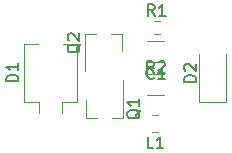
<source format=gbr>
%TF.GenerationSoftware,KiCad,Pcbnew,(5.1.9)-1*%
%TF.CreationDate,2021-01-09T16:59:08-05:00*%
%TF.ProjectId,jouleThief,6a6f756c-6554-4686-9965-662e6b696361,rev?*%
%TF.SameCoordinates,PX7e341b0PY5c0c740*%
%TF.FileFunction,Legend,Top*%
%TF.FilePolarity,Positive*%
%FSLAX46Y46*%
G04 Gerber Fmt 4.6, Leading zero omitted, Abs format (unit mm)*
G04 Created by KiCad (PCBNEW (5.1.9)-1) date 2021-01-09 16:59:08*
%MOMM*%
%LPD*%
G01*
G04 APERTURE LIST*
%ADD10C,0.120000*%
%ADD11C,0.150000*%
G04 APERTURE END LIST*
D10*
%TO.C,Q1*%
X5532000Y2034000D02*
X5532000Y3494000D01*
X8692000Y2034000D02*
X8692000Y5194000D01*
X8692000Y2034000D02*
X7762000Y2034000D01*
X5532000Y2034000D02*
X6462000Y2034000D01*
%TO.C,L1*%
X11691252Y2234000D02*
X11168748Y2234000D01*
X11691252Y814000D02*
X11168748Y814000D01*
%TO.C,R2*%
X10728936Y5736000D02*
X12183064Y5736000D01*
X10728936Y3916000D02*
X12183064Y3916000D01*
%TO.C,C1*%
X12179752Y8530000D02*
X10757248Y8530000D01*
X12179752Y6710000D02*
X10757248Y6710000D01*
%TO.C,D1*%
X3500000Y3382000D02*
X3500000Y2462000D01*
X1580000Y3382000D02*
X1580000Y2462000D01*
X280000Y8252000D02*
X1480000Y8252000D01*
X280000Y3382000D02*
X280000Y8252000D01*
X4800000Y8252000D02*
X4800000Y3382000D01*
X3600000Y8252000D02*
X4800000Y8252000D01*
X280000Y3382000D02*
X1580000Y3382000D01*
X3500000Y3382000D02*
X4800000Y3382000D01*
%TO.C,D2*%
X17391000Y3345500D02*
X17391000Y7405500D01*
X15121000Y3345500D02*
X17391000Y3345500D01*
X15121000Y7405500D02*
X15121000Y3345500D01*
%TO.C,Q2*%
X8631000Y9118000D02*
X7701000Y9118000D01*
X5471000Y9118000D02*
X6401000Y9118000D01*
X5471000Y9118000D02*
X5471000Y5958000D01*
X8631000Y9118000D02*
X8631000Y7658000D01*
%TO.C,R1*%
X11278776Y9129500D02*
X11788224Y9129500D01*
X11278776Y10174500D02*
X11788224Y10174500D01*
%TO.C,Q1*%
D11*
X10159619Y2698762D02*
X10112000Y2603524D01*
X10016761Y2508286D01*
X9873904Y2365429D01*
X9826285Y2270191D01*
X9826285Y2174953D01*
X10064380Y2222572D02*
X10016761Y2127334D01*
X9921523Y2032096D01*
X9731047Y1984477D01*
X9397714Y1984477D01*
X9207238Y2032096D01*
X9112000Y2127334D01*
X9064380Y2222572D01*
X9064380Y2413048D01*
X9112000Y2508286D01*
X9207238Y2603524D01*
X9397714Y2651143D01*
X9731047Y2651143D01*
X9921523Y2603524D01*
X10016761Y2508286D01*
X10064380Y2413048D01*
X10064380Y2222572D01*
X10064380Y3603524D02*
X10064380Y3032096D01*
X10064380Y3317810D02*
X9064380Y3317810D01*
X9207238Y3222572D01*
X9302476Y3127334D01*
X9350095Y3032096D01*
%TO.C,L1*%
X11263333Y-578380D02*
X10787142Y-578380D01*
X10787142Y421620D01*
X12120476Y-578380D02*
X11549047Y-578380D01*
X11834761Y-578380D02*
X11834761Y421620D01*
X11739523Y278762D01*
X11644285Y183524D01*
X11549047Y135905D01*
%TO.C,R2*%
X11289333Y5803620D02*
X10956000Y6279810D01*
X10717904Y5803620D02*
X10717904Y6803620D01*
X11098857Y6803620D01*
X11194095Y6756000D01*
X11241714Y6708381D01*
X11289333Y6613143D01*
X11289333Y6470286D01*
X11241714Y6375048D01*
X11194095Y6327429D01*
X11098857Y6279810D01*
X10717904Y6279810D01*
X11670285Y6708381D02*
X11717904Y6756000D01*
X11813142Y6803620D01*
X12051238Y6803620D01*
X12146476Y6756000D01*
X12194095Y6708381D01*
X12241714Y6613143D01*
X12241714Y6517905D01*
X12194095Y6375048D01*
X11622666Y5803620D01*
X12241714Y5803620D01*
%TO.C,C1*%
X11301833Y5412858D02*
X11254214Y5365239D01*
X11111357Y5317620D01*
X11016119Y5317620D01*
X10873261Y5365239D01*
X10778023Y5460477D01*
X10730404Y5555715D01*
X10682785Y5746191D01*
X10682785Y5889048D01*
X10730404Y6079524D01*
X10778023Y6174762D01*
X10873261Y6270000D01*
X11016119Y6317620D01*
X11111357Y6317620D01*
X11254214Y6270000D01*
X11301833Y6222381D01*
X12254214Y5317620D02*
X11682785Y5317620D01*
X11968500Y5317620D02*
X11968500Y6317620D01*
X11873261Y6174762D01*
X11778023Y6079524D01*
X11682785Y6031905D01*
%TO.C,D1*%
X-177620Y5103905D02*
X-1177620Y5103905D01*
X-1177620Y5342000D01*
X-1130000Y5484858D01*
X-1034762Y5580096D01*
X-939524Y5627715D01*
X-749048Y5675334D01*
X-606191Y5675334D01*
X-415715Y5627715D01*
X-320477Y5580096D01*
X-225239Y5484858D01*
X-177620Y5342000D01*
X-177620Y5103905D01*
X-177620Y6627715D02*
X-177620Y6056286D01*
X-177620Y6342000D02*
X-1177620Y6342000D01*
X-1034762Y6246762D01*
X-939524Y6151524D01*
X-891905Y6056286D01*
%TO.C,D2*%
X14888380Y5067405D02*
X13888380Y5067405D01*
X13888380Y5305500D01*
X13936000Y5448358D01*
X14031238Y5543596D01*
X14126476Y5591215D01*
X14316952Y5638834D01*
X14459809Y5638834D01*
X14650285Y5591215D01*
X14745523Y5543596D01*
X14840761Y5448358D01*
X14888380Y5305500D01*
X14888380Y5067405D01*
X13983619Y6019786D02*
X13936000Y6067405D01*
X13888380Y6162643D01*
X13888380Y6400739D01*
X13936000Y6495977D01*
X13983619Y6543596D01*
X14078857Y6591215D01*
X14174095Y6591215D01*
X14316952Y6543596D01*
X14888380Y5972167D01*
X14888380Y6591215D01*
%TO.C,Q2*%
X5098619Y8262762D02*
X5051000Y8167524D01*
X4955761Y8072286D01*
X4812904Y7929429D01*
X4765285Y7834191D01*
X4765285Y7738953D01*
X5003380Y7786572D02*
X4955761Y7691334D01*
X4860523Y7596096D01*
X4670047Y7548477D01*
X4336714Y7548477D01*
X4146238Y7596096D01*
X4051000Y7691334D01*
X4003380Y7786572D01*
X4003380Y7977048D01*
X4051000Y8072286D01*
X4146238Y8167524D01*
X4336714Y8215143D01*
X4670047Y8215143D01*
X4860523Y8167524D01*
X4955761Y8072286D01*
X5003380Y7977048D01*
X5003380Y7786572D01*
X4098619Y8596096D02*
X4051000Y8643715D01*
X4003380Y8738953D01*
X4003380Y8977048D01*
X4051000Y9072286D01*
X4098619Y9119905D01*
X4193857Y9167524D01*
X4289095Y9167524D01*
X4431952Y9119905D01*
X5003380Y8548477D01*
X5003380Y9167524D01*
%TO.C,R1*%
X11366833Y10629620D02*
X11033500Y11105810D01*
X10795404Y10629620D02*
X10795404Y11629620D01*
X11176357Y11629620D01*
X11271595Y11582000D01*
X11319214Y11534381D01*
X11366833Y11439143D01*
X11366833Y11296286D01*
X11319214Y11201048D01*
X11271595Y11153429D01*
X11176357Y11105810D01*
X10795404Y11105810D01*
X12319214Y10629620D02*
X11747785Y10629620D01*
X12033500Y10629620D02*
X12033500Y11629620D01*
X11938261Y11486762D01*
X11843023Y11391524D01*
X11747785Y11343905D01*
%TD*%
M02*

</source>
